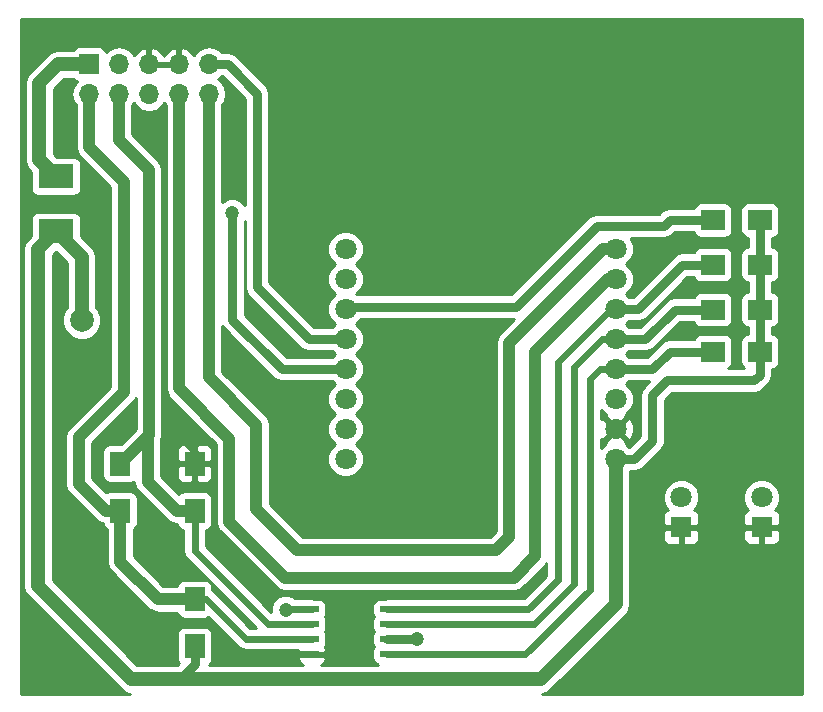
<source format=gbr>
G04 #@! TF.FileFunction,Copper,L2,Bot,Signal*
%FSLAX46Y46*%
G04 Gerber Fmt 4.6, Leading zero omitted, Abs format (unit mm)*
G04 Created by KiCad (PCBNEW 4.0.7-e2-6376~61~ubuntu18.04.1) date Mon Dec  9 13:49:03 2019*
%MOMM*%
%LPD*%
G01*
G04 APERTURE LIST*
%ADD10C,0.100000*%
%ADD11R,1.700000X1.700000*%
%ADD12O,1.700000X1.700000*%
%ADD13R,3.000000X2.000000*%
%ADD14R,1.800000X1.800000*%
%ADD15C,1.800000*%
%ADD16C,1.998980*%
%ADD17R,1.143000X0.508000*%
%ADD18R,2.000000X1.700000*%
%ADD19R,1.700000X2.000000*%
%ADD20C,1.200000*%
%ADD21C,0.600000*%
%ADD22C,1.200000*%
%ADD23C,0.800000*%
%ADD24C,1.000000*%
%ADD25C,0.254000*%
G04 APERTURE END LIST*
D10*
D11*
X51511200Y-35915600D03*
D12*
X51511200Y-38455600D03*
X54051200Y-35915600D03*
X54051200Y-38455600D03*
X56591200Y-35915600D03*
X56591200Y-38455600D03*
X59131200Y-35915600D03*
X59131200Y-38455600D03*
X61671200Y-35915600D03*
X61671200Y-38455600D03*
D13*
X48717200Y-50077000D03*
X48717200Y-45427000D03*
D14*
X108458000Y-75133200D03*
D15*
X108458000Y-72593200D03*
D14*
X101650800Y-75133200D03*
D15*
X101650800Y-72593200D03*
D16*
X50901600Y-57607200D03*
D17*
X70383400Y-82067400D03*
X70383400Y-83337400D03*
X70383400Y-84607400D03*
X70383400Y-85877400D03*
X76733400Y-85877400D03*
X76733400Y-84607400D03*
X76733400Y-83337400D03*
X76733400Y-82067400D03*
D15*
X73240900Y-51562000D03*
X73240900Y-54102000D03*
X73240900Y-56642000D03*
X73240900Y-59182000D03*
X73240900Y-61722000D03*
X73240900Y-64262000D03*
X73240900Y-66802000D03*
X73240900Y-69342000D03*
X96100900Y-69342000D03*
X96100900Y-66802000D03*
X96100900Y-64262000D03*
X96100900Y-61722000D03*
X96100900Y-59182000D03*
X96100900Y-56642000D03*
X96100900Y-54102000D03*
X96100900Y-51562000D03*
D18*
X104324400Y-52882800D03*
X108324400Y-52882800D03*
X104324400Y-56692800D03*
X108324400Y-56692800D03*
X104324400Y-49123600D03*
X108324400Y-49123600D03*
X104324400Y-60248800D03*
X108324400Y-60248800D03*
D19*
X60452000Y-81210400D03*
X60452000Y-85210400D03*
X60452000Y-69729600D03*
X60452000Y-73729600D03*
X54152800Y-73729600D03*
X54152800Y-69729600D03*
D20*
X63804800Y-44399200D03*
X63804800Y-45669200D03*
X65430400Y-56896000D03*
X66852800Y-58318400D03*
X54406800Y-66040000D03*
X53289200Y-67157600D03*
X56591200Y-76809600D03*
X57708800Y-78028800D03*
X81940400Y-59537600D03*
X68173600Y-86106000D03*
X58674000Y-66954400D03*
X68173600Y-82092800D03*
X79248000Y-84582000D03*
X63652400Y-48514000D03*
D21*
X63804800Y-44399200D02*
X63804800Y-45669200D01*
X65430400Y-56896000D02*
X66852800Y-58318400D01*
X54406800Y-66040000D02*
X53289200Y-67157600D01*
X56591200Y-76809600D02*
X57708800Y-77927200D01*
X57708800Y-77927200D02*
X57708800Y-78028800D01*
X70383400Y-85877400D02*
X68402200Y-85877400D01*
X68402200Y-85877400D02*
X68173600Y-86106000D01*
X60452000Y-69729600D02*
X60452000Y-68732400D01*
X60452000Y-68732400D02*
X58674000Y-66954400D01*
X70383400Y-82067400D02*
X68199000Y-82067400D01*
X68199000Y-82067400D02*
X68173600Y-82092800D01*
D22*
X50901600Y-57607200D02*
X50901600Y-52261400D01*
X50901600Y-52261400D02*
X48717200Y-50077000D01*
D23*
X60452000Y-85210400D02*
X60452000Y-86715600D01*
X60452000Y-86715600D02*
X59182000Y-87985600D01*
X96100900Y-69342000D02*
X97688400Y-69342000D01*
X97688400Y-69342000D02*
X99212400Y-67818000D01*
X99212400Y-67818000D02*
X99212400Y-63957200D01*
X99212400Y-63957200D02*
X100482400Y-62687200D01*
X100482400Y-62687200D02*
X107848400Y-62687200D01*
X107848400Y-62687200D02*
X108324400Y-62211200D01*
X108324400Y-62211200D02*
X108324400Y-60248800D01*
X108324400Y-56692800D02*
X108324400Y-60248800D01*
X108324400Y-52882800D02*
X108324400Y-56692800D01*
X108324400Y-49123600D02*
X108324400Y-52882800D01*
D22*
X96100900Y-69342000D02*
X96100900Y-81648300D01*
X96100900Y-81648300D02*
X89763600Y-87985600D01*
X89763600Y-87985600D02*
X59182000Y-87985600D01*
X47193200Y-51601000D02*
X48717200Y-50077000D01*
X59182000Y-87985600D02*
X55067200Y-87985600D01*
X55067200Y-87985600D02*
X47193200Y-80111600D01*
X47193200Y-80111600D02*
X47193200Y-51601000D01*
D23*
X96100900Y-59182000D02*
X98602800Y-59182000D01*
X101092000Y-56692800D02*
X104324400Y-56692800D01*
X98602800Y-59182000D02*
X101092000Y-56692800D01*
D21*
X76733400Y-83337400D02*
X89179400Y-83337400D01*
X94945200Y-59182000D02*
X96100900Y-59182000D01*
X92557600Y-61569600D02*
X94945200Y-59182000D01*
X92557600Y-79959200D02*
X92557600Y-61569600D01*
X89179400Y-83337400D02*
X92557600Y-79959200D01*
D23*
X79222600Y-84607400D02*
X76733400Y-84607400D01*
X79248000Y-84582000D02*
X79222600Y-84607400D01*
X104324400Y-49123600D02*
X100685600Y-49123600D01*
X87680800Y-56438800D02*
X73444100Y-56438800D01*
X94488000Y-49631600D02*
X87680800Y-56438800D01*
X100177600Y-49631600D02*
X94488000Y-49631600D01*
X100685600Y-49123600D02*
X100177600Y-49631600D01*
X73444100Y-56438800D02*
X73240900Y-56642000D01*
D22*
X51511200Y-35915600D02*
X48920400Y-35915600D01*
X47294800Y-44004600D02*
X48717200Y-45427000D01*
X47294800Y-37541200D02*
X47294800Y-44004600D01*
X48920400Y-35915600D02*
X47294800Y-37541200D01*
D23*
X67818000Y-61722000D02*
X73240900Y-61722000D01*
X63652400Y-57556400D02*
X67818000Y-61722000D01*
X63652400Y-48514000D02*
X63652400Y-57556400D01*
D21*
X70383400Y-84607400D02*
X64795400Y-84607400D01*
X61398400Y-81210400D02*
X60452000Y-81210400D01*
X64795400Y-84607400D02*
X61398400Y-81210400D01*
D24*
X54152800Y-73729600D02*
X54152800Y-78028800D01*
X57334400Y-81210400D02*
X60452000Y-81210400D01*
X54152800Y-78028800D02*
X57334400Y-81210400D01*
X51511200Y-38455600D02*
X51511200Y-42926000D01*
X52952400Y-73729600D02*
X54152800Y-73729600D01*
X50647600Y-71424800D02*
X52952400Y-73729600D01*
X50647600Y-67513200D02*
X50647600Y-71424800D01*
X54457600Y-63703200D02*
X50647600Y-67513200D01*
X54457600Y-45872400D02*
X54457600Y-63703200D01*
X51511200Y-42926000D02*
X54457600Y-45872400D01*
D21*
X70383400Y-83337400D02*
X66675000Y-83337400D01*
X60452000Y-77114400D02*
X60452000Y-73729600D01*
X66675000Y-83337400D02*
X60452000Y-77114400D01*
D24*
X60452000Y-73729600D02*
X58946800Y-73729600D01*
X56489600Y-71272400D02*
X56489600Y-67392800D01*
X58946800Y-73729600D02*
X56489600Y-71272400D01*
X54051200Y-38455600D02*
X54051200Y-42316400D01*
X54051200Y-42316400D02*
X56591200Y-44856400D01*
X56591200Y-44856400D02*
X56591200Y-67291200D01*
X56591200Y-67291200D02*
X56489600Y-67392800D01*
X56489600Y-67392800D02*
X54152800Y-69729600D01*
X54051200Y-69628000D02*
X54152800Y-69729600D01*
X61671200Y-38455600D02*
X61671200Y-62433200D01*
X95046800Y-51562000D02*
X96100900Y-51562000D01*
X87071200Y-59537600D02*
X95046800Y-51562000D01*
X87071200Y-75946000D02*
X87071200Y-59537600D01*
X85953600Y-77063600D02*
X87071200Y-75946000D01*
X69138800Y-77063600D02*
X85953600Y-77063600D01*
X65684400Y-73609200D02*
X69138800Y-77063600D01*
X65684400Y-66446400D02*
X65684400Y-73609200D01*
X61671200Y-62433200D02*
X65684400Y-66446400D01*
D23*
X61671200Y-35915600D02*
X63246000Y-35915600D01*
X70104000Y-59182000D02*
X73240900Y-59182000D01*
X65735200Y-54813200D02*
X70104000Y-59182000D01*
X65735200Y-38404800D02*
X65735200Y-54813200D01*
X63246000Y-35915600D02*
X65735200Y-38404800D01*
D24*
X96100900Y-54102000D02*
X95453200Y-54102000D01*
X95453200Y-54102000D02*
X89306400Y-60248800D01*
X89306400Y-60248800D02*
X89306400Y-77571600D01*
X89306400Y-77571600D02*
X87477600Y-79400400D01*
X87477600Y-79400400D02*
X68122800Y-79400400D01*
X68122800Y-79400400D02*
X63398400Y-74676000D01*
X63398400Y-74676000D02*
X63398400Y-67614800D01*
X63398400Y-67614800D02*
X59131200Y-63347600D01*
X59131200Y-63347600D02*
X59131200Y-38455600D01*
D23*
X96100900Y-56642000D02*
X97993200Y-56642000D01*
X101752400Y-52882800D02*
X104324400Y-52882800D01*
X97993200Y-56642000D02*
X101752400Y-52882800D01*
D21*
X96100900Y-56642000D02*
X95707200Y-56642000D01*
X95707200Y-56642000D02*
X91186000Y-61163200D01*
X91186000Y-61163200D02*
X91186000Y-79603600D01*
X91186000Y-79603600D02*
X88722200Y-82067400D01*
X88722200Y-82067400D02*
X76733400Y-82067400D01*
D23*
X96100900Y-61722000D02*
X99212400Y-61722000D01*
X100685600Y-60248800D02*
X104324400Y-60248800D01*
X99212400Y-61722000D02*
X100685600Y-60248800D01*
D21*
X96100900Y-61722000D02*
X94742000Y-61722000D01*
X88468200Y-85877400D02*
X76733400Y-85877400D01*
X93929200Y-80416400D02*
X88468200Y-85877400D01*
X93929200Y-62534800D02*
X93929200Y-80416400D01*
X94742000Y-61722000D02*
X93929200Y-62534800D01*
D25*
G36*
X111913600Y-89206000D02*
X89836999Y-89206000D01*
X90236214Y-89126591D01*
X90636877Y-88858877D01*
X96974177Y-82521577D01*
X97241891Y-82120914D01*
X97335900Y-81648300D01*
X97335900Y-75418950D01*
X100115800Y-75418950D01*
X100115800Y-76159509D01*
X100212473Y-76392898D01*
X100391101Y-76571527D01*
X100624490Y-76668200D01*
X101365050Y-76668200D01*
X101523800Y-76509450D01*
X101523800Y-75260200D01*
X101777800Y-75260200D01*
X101777800Y-76509450D01*
X101936550Y-76668200D01*
X102677110Y-76668200D01*
X102910499Y-76571527D01*
X103089127Y-76392898D01*
X103185800Y-76159509D01*
X103185800Y-75418950D01*
X106923000Y-75418950D01*
X106923000Y-76159509D01*
X107019673Y-76392898D01*
X107198301Y-76571527D01*
X107431690Y-76668200D01*
X108172250Y-76668200D01*
X108331000Y-76509450D01*
X108331000Y-75260200D01*
X108585000Y-75260200D01*
X108585000Y-76509450D01*
X108743750Y-76668200D01*
X109484310Y-76668200D01*
X109717699Y-76571527D01*
X109896327Y-76392898D01*
X109993000Y-76159509D01*
X109993000Y-75418950D01*
X109834250Y-75260200D01*
X108585000Y-75260200D01*
X108331000Y-75260200D01*
X107081750Y-75260200D01*
X106923000Y-75418950D01*
X103185800Y-75418950D01*
X103027050Y-75260200D01*
X101777800Y-75260200D01*
X101523800Y-75260200D01*
X100274550Y-75260200D01*
X100115800Y-75418950D01*
X97335900Y-75418950D01*
X97335900Y-72897191D01*
X100115535Y-72897191D01*
X100348732Y-73461571D01*
X100525892Y-73639041D01*
X100391101Y-73694873D01*
X100212473Y-73873502D01*
X100115800Y-74106891D01*
X100115800Y-74847450D01*
X100274550Y-75006200D01*
X101523800Y-75006200D01*
X101523800Y-74986200D01*
X101777800Y-74986200D01*
X101777800Y-75006200D01*
X103027050Y-75006200D01*
X103185800Y-74847450D01*
X103185800Y-74106891D01*
X103089127Y-73873502D01*
X102910499Y-73694873D01*
X102775806Y-73639081D01*
X102951351Y-73463843D01*
X103185533Y-72899870D01*
X103185535Y-72897191D01*
X106922735Y-72897191D01*
X107155932Y-73461571D01*
X107333092Y-73639041D01*
X107198301Y-73694873D01*
X107019673Y-73873502D01*
X106923000Y-74106891D01*
X106923000Y-74847450D01*
X107081750Y-75006200D01*
X108331000Y-75006200D01*
X108331000Y-74986200D01*
X108585000Y-74986200D01*
X108585000Y-75006200D01*
X109834250Y-75006200D01*
X109993000Y-74847450D01*
X109993000Y-74106891D01*
X109896327Y-73873502D01*
X109717699Y-73694873D01*
X109583006Y-73639081D01*
X109758551Y-73463843D01*
X109992733Y-72899870D01*
X109993265Y-72289209D01*
X109760068Y-71724829D01*
X109328643Y-71292649D01*
X108764670Y-71058467D01*
X108154009Y-71057935D01*
X107589629Y-71291132D01*
X107157449Y-71722557D01*
X106923267Y-72286530D01*
X106922735Y-72897191D01*
X103185535Y-72897191D01*
X103186065Y-72289209D01*
X102952868Y-71724829D01*
X102521443Y-71292649D01*
X101957470Y-71058467D01*
X101346809Y-71057935D01*
X100782429Y-71291132D01*
X100350249Y-71722557D01*
X100116067Y-72286530D01*
X100115535Y-72897191D01*
X97335900Y-72897191D01*
X97335900Y-70377000D01*
X97688395Y-70377000D01*
X97688400Y-70377001D01*
X98084477Y-70298215D01*
X98420256Y-70073856D01*
X99944253Y-68549858D01*
X99944256Y-68549856D01*
X100142374Y-68253350D01*
X100168615Y-68214078D01*
X100247400Y-67818000D01*
X100247400Y-64385912D01*
X100911111Y-63722200D01*
X107848395Y-63722200D01*
X107848400Y-63722201D01*
X108244477Y-63643415D01*
X108580256Y-63419056D01*
X109056253Y-62943058D01*
X109056256Y-62943056D01*
X109280615Y-62607277D01*
X109301039Y-62504600D01*
X109359401Y-62211200D01*
X109359400Y-62211195D01*
X109359400Y-61739654D01*
X109559717Y-61701962D01*
X109775841Y-61562890D01*
X109920831Y-61350690D01*
X109971840Y-61098800D01*
X109971840Y-59398800D01*
X109927562Y-59163483D01*
X109788490Y-58947359D01*
X109576290Y-58802369D01*
X109359400Y-58758448D01*
X109359400Y-58183654D01*
X109559717Y-58145962D01*
X109775841Y-58006890D01*
X109920831Y-57794690D01*
X109971840Y-57542800D01*
X109971840Y-55842800D01*
X109927562Y-55607483D01*
X109788490Y-55391359D01*
X109576290Y-55246369D01*
X109359400Y-55202448D01*
X109359400Y-54373654D01*
X109559717Y-54335962D01*
X109775841Y-54196890D01*
X109920831Y-53984690D01*
X109971840Y-53732800D01*
X109971840Y-52032800D01*
X109927562Y-51797483D01*
X109788490Y-51581359D01*
X109576290Y-51436369D01*
X109359400Y-51392448D01*
X109359400Y-50614454D01*
X109559717Y-50576762D01*
X109775841Y-50437690D01*
X109920831Y-50225490D01*
X109971840Y-49973600D01*
X109971840Y-48273600D01*
X109927562Y-48038283D01*
X109788490Y-47822159D01*
X109576290Y-47677169D01*
X109324400Y-47626160D01*
X107324400Y-47626160D01*
X107089083Y-47670438D01*
X106872959Y-47809510D01*
X106727969Y-48021710D01*
X106676960Y-48273600D01*
X106676960Y-49973600D01*
X106721238Y-50208917D01*
X106860310Y-50425041D01*
X107072510Y-50570031D01*
X107289400Y-50613952D01*
X107289400Y-51391946D01*
X107089083Y-51429638D01*
X106872959Y-51568710D01*
X106727969Y-51780910D01*
X106676960Y-52032800D01*
X106676960Y-53732800D01*
X106721238Y-53968117D01*
X106860310Y-54184241D01*
X107072510Y-54329231D01*
X107289400Y-54373152D01*
X107289400Y-55201946D01*
X107089083Y-55239638D01*
X106872959Y-55378710D01*
X106727969Y-55590910D01*
X106676960Y-55842800D01*
X106676960Y-57542800D01*
X106721238Y-57778117D01*
X106860310Y-57994241D01*
X107072510Y-58139231D01*
X107289400Y-58183152D01*
X107289400Y-58757946D01*
X107089083Y-58795638D01*
X106872959Y-58934710D01*
X106727969Y-59146910D01*
X106676960Y-59398800D01*
X106676960Y-61098800D01*
X106721238Y-61334117D01*
X106860310Y-61550241D01*
X107009532Y-61652200D01*
X105637049Y-61652200D01*
X105775841Y-61562890D01*
X105920831Y-61350690D01*
X105971840Y-61098800D01*
X105971840Y-59398800D01*
X105927562Y-59163483D01*
X105788490Y-58947359D01*
X105576290Y-58802369D01*
X105324400Y-58751360D01*
X103324400Y-58751360D01*
X103089083Y-58795638D01*
X102872959Y-58934710D01*
X102727969Y-59146910D01*
X102714423Y-59213800D01*
X100685600Y-59213800D01*
X100289522Y-59292585D01*
X100155029Y-59382451D01*
X99953744Y-59516944D01*
X99953742Y-59516947D01*
X98783688Y-60687000D01*
X97236630Y-60687000D01*
X97001718Y-60451677D01*
X97236806Y-60217000D01*
X98602795Y-60217000D01*
X98602800Y-60217001D01*
X98998877Y-60138215D01*
X99334656Y-59913856D01*
X101520711Y-57727800D01*
X102711770Y-57727800D01*
X102721238Y-57778117D01*
X102860310Y-57994241D01*
X103072510Y-58139231D01*
X103324400Y-58190240D01*
X105324400Y-58190240D01*
X105559717Y-58145962D01*
X105775841Y-58006890D01*
X105920831Y-57794690D01*
X105971840Y-57542800D01*
X105971840Y-55842800D01*
X105927562Y-55607483D01*
X105788490Y-55391359D01*
X105576290Y-55246369D01*
X105324400Y-55195360D01*
X103324400Y-55195360D01*
X103089083Y-55239638D01*
X102872959Y-55378710D01*
X102727969Y-55590910D01*
X102714423Y-55657800D01*
X101092000Y-55657800D01*
X100695922Y-55736585D01*
X100561429Y-55826451D01*
X100360144Y-55960944D01*
X100360142Y-55960947D01*
X98174088Y-58147000D01*
X97236630Y-58147000D01*
X97001718Y-57911677D01*
X97236806Y-57677000D01*
X97993195Y-57677000D01*
X97993200Y-57677001D01*
X98389277Y-57598215D01*
X98725056Y-57373856D01*
X102181111Y-53917800D01*
X102711770Y-53917800D01*
X102721238Y-53968117D01*
X102860310Y-54184241D01*
X103072510Y-54329231D01*
X103324400Y-54380240D01*
X105324400Y-54380240D01*
X105559717Y-54335962D01*
X105775841Y-54196890D01*
X105920831Y-53984690D01*
X105971840Y-53732800D01*
X105971840Y-52032800D01*
X105927562Y-51797483D01*
X105788490Y-51581359D01*
X105576290Y-51436369D01*
X105324400Y-51385360D01*
X103324400Y-51385360D01*
X103089083Y-51429638D01*
X102872959Y-51568710D01*
X102727969Y-51780910D01*
X102714423Y-51847800D01*
X101752405Y-51847800D01*
X101752400Y-51847799D01*
X101356323Y-51926585D01*
X101020544Y-52150944D01*
X101020542Y-52150947D01*
X97564488Y-55607000D01*
X97236630Y-55607000D01*
X97001718Y-55371677D01*
X97401451Y-54972643D01*
X97635633Y-54408670D01*
X97636165Y-53798009D01*
X97402968Y-53233629D01*
X97001718Y-52831677D01*
X97401451Y-52432643D01*
X97635633Y-51868670D01*
X97636165Y-51258009D01*
X97402968Y-50693629D01*
X97375986Y-50666600D01*
X100177595Y-50666600D01*
X100177600Y-50666601D01*
X100573677Y-50587815D01*
X100909456Y-50363456D01*
X101114312Y-50158600D01*
X102711770Y-50158600D01*
X102721238Y-50208917D01*
X102860310Y-50425041D01*
X103072510Y-50570031D01*
X103324400Y-50621040D01*
X105324400Y-50621040D01*
X105559717Y-50576762D01*
X105775841Y-50437690D01*
X105920831Y-50225490D01*
X105971840Y-49973600D01*
X105971840Y-48273600D01*
X105927562Y-48038283D01*
X105788490Y-47822159D01*
X105576290Y-47677169D01*
X105324400Y-47626160D01*
X103324400Y-47626160D01*
X103089083Y-47670438D01*
X102872959Y-47809510D01*
X102727969Y-48021710D01*
X102714423Y-48088600D01*
X100685600Y-48088600D01*
X100289523Y-48167385D01*
X99953744Y-48391744D01*
X99953742Y-48391747D01*
X99748889Y-48596600D01*
X94488005Y-48596600D01*
X94488000Y-48596599D01*
X94091923Y-48675385D01*
X93756144Y-48899744D01*
X93756142Y-48899747D01*
X87252088Y-55403800D01*
X74173785Y-55403800D01*
X74141718Y-55371677D01*
X74541451Y-54972643D01*
X74775633Y-54408670D01*
X74776165Y-53798009D01*
X74542968Y-53233629D01*
X74141718Y-52831677D01*
X74541451Y-52432643D01*
X74775633Y-51868670D01*
X74776165Y-51258009D01*
X74542968Y-50693629D01*
X74111543Y-50261449D01*
X73547570Y-50027267D01*
X72936909Y-50026735D01*
X72372529Y-50259932D01*
X71940349Y-50691357D01*
X71706167Y-51255330D01*
X71705635Y-51865991D01*
X71938832Y-52430371D01*
X72340082Y-52832323D01*
X71940349Y-53231357D01*
X71706167Y-53795330D01*
X71705635Y-54405991D01*
X71938832Y-54970371D01*
X72340082Y-55372323D01*
X71940349Y-55771357D01*
X71706167Y-56335330D01*
X71705635Y-56945991D01*
X71938832Y-57510371D01*
X72340082Y-57912323D01*
X72104994Y-58147000D01*
X70532711Y-58147000D01*
X66770200Y-54384488D01*
X66770200Y-38404800D01*
X66691415Y-38008723D01*
X66691415Y-38008722D01*
X66590854Y-37858222D01*
X66467056Y-37672944D01*
X66467053Y-37672942D01*
X63977856Y-35183744D01*
X63642077Y-34959385D01*
X63246000Y-34880599D01*
X63245995Y-34880600D01*
X62750752Y-34880600D01*
X62721254Y-34836453D01*
X62239485Y-34514546D01*
X61671200Y-34401507D01*
X61102915Y-34514546D01*
X60621146Y-34836453D01*
X60393498Y-35177153D01*
X60326383Y-35034242D01*
X59898124Y-34643955D01*
X59488090Y-34474124D01*
X59258200Y-34595445D01*
X59258200Y-35788600D01*
X59278200Y-35788600D01*
X59278200Y-36042600D01*
X59258200Y-36042600D01*
X59258200Y-36062600D01*
X59004200Y-36062600D01*
X59004200Y-36042600D01*
X56718200Y-36042600D01*
X56718200Y-36062600D01*
X56464200Y-36062600D01*
X56464200Y-36042600D01*
X56444200Y-36042600D01*
X56444200Y-35788600D01*
X56464200Y-35788600D01*
X56464200Y-34595445D01*
X56718200Y-34595445D01*
X56718200Y-35788600D01*
X59004200Y-35788600D01*
X59004200Y-34595445D01*
X58774310Y-34474124D01*
X58364276Y-34643955D01*
X57936017Y-35034242D01*
X57861200Y-35193554D01*
X57786383Y-35034242D01*
X57358124Y-34643955D01*
X56948090Y-34474124D01*
X56718200Y-34595445D01*
X56464200Y-34595445D01*
X56234310Y-34474124D01*
X55824276Y-34643955D01*
X55396017Y-35034242D01*
X55328902Y-35177153D01*
X55101254Y-34836453D01*
X54619485Y-34514546D01*
X54051200Y-34401507D01*
X53482915Y-34514546D01*
X53001146Y-34836453D01*
X52973350Y-34878052D01*
X52964362Y-34830283D01*
X52825290Y-34614159D01*
X52613090Y-34469169D01*
X52361200Y-34418160D01*
X50661200Y-34418160D01*
X50425883Y-34462438D01*
X50209759Y-34601510D01*
X50155719Y-34680600D01*
X48920400Y-34680600D01*
X48447786Y-34774609D01*
X48047123Y-35042323D01*
X46421523Y-36667923D01*
X46153809Y-37068586D01*
X46059800Y-37541200D01*
X46059800Y-44004600D01*
X46153809Y-44477214D01*
X46421523Y-44877877D01*
X46569760Y-45026114D01*
X46569760Y-46427000D01*
X46614038Y-46662317D01*
X46753110Y-46878441D01*
X46965310Y-47023431D01*
X47217200Y-47074440D01*
X50217200Y-47074440D01*
X50452517Y-47030162D01*
X50668641Y-46891090D01*
X50813631Y-46678890D01*
X50864640Y-46427000D01*
X50864640Y-44427000D01*
X50820362Y-44191683D01*
X50681290Y-43975559D01*
X50469090Y-43830569D01*
X50217200Y-43779560D01*
X48816314Y-43779560D01*
X48529800Y-43493046D01*
X48529800Y-38052754D01*
X49431954Y-37150600D01*
X50154356Y-37150600D01*
X50197110Y-37217041D01*
X50409310Y-37362031D01*
X50465654Y-37373441D01*
X50461146Y-37376453D01*
X50139239Y-37858222D01*
X50026200Y-38426507D01*
X50026200Y-38484693D01*
X50139239Y-39052978D01*
X50376200Y-39407616D01*
X50376200Y-42926000D01*
X50462597Y-43360346D01*
X50703846Y-43721400D01*
X50708634Y-43728566D01*
X53322600Y-46342532D01*
X53322600Y-63233068D01*
X49845034Y-66710634D01*
X49598997Y-67078854D01*
X49512600Y-67513200D01*
X49512600Y-71424800D01*
X49598997Y-71859146D01*
X49777596Y-72126438D01*
X49845034Y-72227366D01*
X52149834Y-74532166D01*
X52518054Y-74778203D01*
X52670200Y-74808467D01*
X52699638Y-74964917D01*
X52838710Y-75181041D01*
X53017800Y-75303408D01*
X53017800Y-78028800D01*
X53104197Y-78463146D01*
X53350234Y-78831366D01*
X56531834Y-82012966D01*
X56900054Y-82259003D01*
X57334400Y-82345400D01*
X58979962Y-82345400D01*
X58998838Y-82445717D01*
X59137910Y-82661841D01*
X59350110Y-82806831D01*
X59602000Y-82857840D01*
X61302000Y-82857840D01*
X61537317Y-82813562D01*
X61623692Y-82757982D01*
X64134255Y-85268545D01*
X64437591Y-85471227D01*
X64795400Y-85542400D01*
X69176900Y-85542400D01*
X69176900Y-85591650D01*
X69335650Y-85750400D01*
X70256400Y-85750400D01*
X70256400Y-85730400D01*
X70510400Y-85730400D01*
X70510400Y-85750400D01*
X71431150Y-85750400D01*
X71589900Y-85591650D01*
X71589900Y-85497091D01*
X71493227Y-85263702D01*
X71466691Y-85237165D01*
X71551331Y-85113290D01*
X71602340Y-84861400D01*
X71602340Y-84353400D01*
X71558062Y-84118083D01*
X71463734Y-83971493D01*
X71551331Y-83843290D01*
X71602340Y-83591400D01*
X71602340Y-83083400D01*
X71558062Y-82848083D01*
X71463734Y-82701493D01*
X71551331Y-82573290D01*
X71602340Y-82321400D01*
X71602340Y-81813400D01*
X71558062Y-81578083D01*
X71418990Y-81361959D01*
X71206790Y-81216969D01*
X70954900Y-81165960D01*
X70552117Y-81165960D01*
X70383400Y-81132400D01*
X68959906Y-81132400D01*
X68874085Y-81046429D01*
X68420334Y-80858015D01*
X67929021Y-80857586D01*
X67474943Y-81045208D01*
X67127229Y-81392315D01*
X66938815Y-81846066D01*
X66938437Y-82278547D01*
X61387000Y-76727110D01*
X61387000Y-75361046D01*
X61537317Y-75332762D01*
X61753441Y-75193690D01*
X61898431Y-74981490D01*
X61949440Y-74729600D01*
X61949440Y-72729600D01*
X61905162Y-72494283D01*
X61766090Y-72278159D01*
X61553890Y-72133169D01*
X61302000Y-72082160D01*
X59602000Y-72082160D01*
X59366683Y-72126438D01*
X59150559Y-72265510D01*
X59125101Y-72302769D01*
X57624600Y-70802268D01*
X57624600Y-70015350D01*
X58967000Y-70015350D01*
X58967000Y-70855909D01*
X59063673Y-71089298D01*
X59242301Y-71267927D01*
X59475690Y-71364600D01*
X60166250Y-71364600D01*
X60325000Y-71205850D01*
X60325000Y-69856600D01*
X60579000Y-69856600D01*
X60579000Y-71205850D01*
X60737750Y-71364600D01*
X61428310Y-71364600D01*
X61661699Y-71267927D01*
X61840327Y-71089298D01*
X61937000Y-70855909D01*
X61937000Y-70015350D01*
X61778250Y-69856600D01*
X60579000Y-69856600D01*
X60325000Y-69856600D01*
X59125750Y-69856600D01*
X58967000Y-70015350D01*
X57624600Y-70015350D01*
X57624600Y-68603291D01*
X58967000Y-68603291D01*
X58967000Y-69443850D01*
X59125750Y-69602600D01*
X60325000Y-69602600D01*
X60325000Y-68253350D01*
X60579000Y-68253350D01*
X60579000Y-69602600D01*
X61778250Y-69602600D01*
X61937000Y-69443850D01*
X61937000Y-68603291D01*
X61840327Y-68369902D01*
X61661699Y-68191273D01*
X61428310Y-68094600D01*
X60737750Y-68094600D01*
X60579000Y-68253350D01*
X60325000Y-68253350D01*
X60166250Y-68094600D01*
X59475690Y-68094600D01*
X59242301Y-68191273D01*
X59063673Y-68369902D01*
X58967000Y-68603291D01*
X57624600Y-68603291D01*
X57624600Y-67748299D01*
X57639803Y-67725546D01*
X57726200Y-67291200D01*
X57726200Y-44856400D01*
X57639803Y-44422054D01*
X57485874Y-44191683D01*
X57393766Y-44053833D01*
X55186200Y-41846268D01*
X55186200Y-39407616D01*
X55321200Y-39205574D01*
X55541146Y-39534747D01*
X56022915Y-39856654D01*
X56591200Y-39969693D01*
X57159485Y-39856654D01*
X57641254Y-39534747D01*
X57861200Y-39205574D01*
X57996200Y-39407616D01*
X57996200Y-63347600D01*
X58082597Y-63781946D01*
X58198449Y-63955330D01*
X58328634Y-64150166D01*
X62263400Y-68084932D01*
X62263400Y-74676000D01*
X62349797Y-75110346D01*
X62556000Y-75418950D01*
X62595834Y-75478566D01*
X67320234Y-80202967D01*
X67688455Y-80449004D01*
X68122800Y-80535400D01*
X87477600Y-80535400D01*
X87911946Y-80449003D01*
X88280166Y-80202966D01*
X90108966Y-78374166D01*
X90251000Y-78161597D01*
X90251000Y-79216310D01*
X88334910Y-81132400D01*
X76733400Y-81132400D01*
X76564683Y-81165960D01*
X76161900Y-81165960D01*
X75926583Y-81210238D01*
X75710459Y-81349310D01*
X75565469Y-81561510D01*
X75514460Y-81813400D01*
X75514460Y-82321400D01*
X75558738Y-82556717D01*
X75653066Y-82703307D01*
X75565469Y-82831510D01*
X75514460Y-83083400D01*
X75514460Y-83591400D01*
X75558738Y-83826717D01*
X75653066Y-83973307D01*
X75565469Y-84101510D01*
X75514460Y-84353400D01*
X75514460Y-84861400D01*
X75558738Y-85096717D01*
X75653066Y-85243307D01*
X75565469Y-85371510D01*
X75514460Y-85623400D01*
X75514460Y-86131400D01*
X75558738Y-86366717D01*
X75697810Y-86582841D01*
X75910010Y-86727831D01*
X76022447Y-86750600D01*
X71119355Y-86750600D01*
X71314599Y-86669727D01*
X71493227Y-86491098D01*
X71589900Y-86257709D01*
X71589900Y-86163150D01*
X71431150Y-86004400D01*
X70510400Y-86004400D01*
X70510400Y-86024400D01*
X70256400Y-86024400D01*
X70256400Y-86004400D01*
X69335650Y-86004400D01*
X69176900Y-86163150D01*
X69176900Y-86257709D01*
X69273573Y-86491098D01*
X69452201Y-86669727D01*
X69647445Y-86750600D01*
X61635163Y-86750600D01*
X61753441Y-86674490D01*
X61898431Y-86462290D01*
X61949440Y-86210400D01*
X61949440Y-84210400D01*
X61905162Y-83975083D01*
X61766090Y-83758959D01*
X61553890Y-83613969D01*
X61302000Y-83562960D01*
X59602000Y-83562960D01*
X59366683Y-83607238D01*
X59150559Y-83746310D01*
X59005569Y-83958510D01*
X58954560Y-84210400D01*
X58954560Y-86210400D01*
X58998838Y-86445717D01*
X59100376Y-86603512D01*
X58953288Y-86750600D01*
X55578754Y-86750600D01*
X48428200Y-79600046D01*
X48428200Y-52112554D01*
X48717200Y-51823554D01*
X49666600Y-52772954D01*
X49666600Y-56530542D01*
X49516754Y-56680127D01*
X49267394Y-57280653D01*
X49266826Y-57930894D01*
X49515138Y-58531855D01*
X49974527Y-58992046D01*
X50575053Y-59241406D01*
X51225294Y-59241974D01*
X51826255Y-58993662D01*
X52286446Y-58534273D01*
X52535806Y-57933747D01*
X52536374Y-57283506D01*
X52288062Y-56682545D01*
X52136600Y-56530819D01*
X52136600Y-52261400D01*
X52042591Y-51788786D01*
X51774877Y-51388123D01*
X50864640Y-50477886D01*
X50864640Y-49077000D01*
X50820362Y-48841683D01*
X50681290Y-48625559D01*
X50469090Y-48480569D01*
X50217200Y-48429560D01*
X47217200Y-48429560D01*
X46981883Y-48473838D01*
X46765759Y-48612910D01*
X46620769Y-48825110D01*
X46569760Y-49077000D01*
X46569760Y-50477886D01*
X46319923Y-50727723D01*
X46052209Y-51128386D01*
X45958200Y-51601000D01*
X45958200Y-80111600D01*
X46052209Y-80584214D01*
X46319923Y-80984877D01*
X54193923Y-88858877D01*
X54594586Y-89126591D01*
X54993801Y-89206000D01*
X45769600Y-89206000D01*
X45769600Y-32053600D01*
X111913600Y-32053600D01*
X111913600Y-89206000D01*
X111913600Y-89206000D01*
G37*
X111913600Y-89206000D02*
X89836999Y-89206000D01*
X90236214Y-89126591D01*
X90636877Y-88858877D01*
X96974177Y-82521577D01*
X97241891Y-82120914D01*
X97335900Y-81648300D01*
X97335900Y-75418950D01*
X100115800Y-75418950D01*
X100115800Y-76159509D01*
X100212473Y-76392898D01*
X100391101Y-76571527D01*
X100624490Y-76668200D01*
X101365050Y-76668200D01*
X101523800Y-76509450D01*
X101523800Y-75260200D01*
X101777800Y-75260200D01*
X101777800Y-76509450D01*
X101936550Y-76668200D01*
X102677110Y-76668200D01*
X102910499Y-76571527D01*
X103089127Y-76392898D01*
X103185800Y-76159509D01*
X103185800Y-75418950D01*
X106923000Y-75418950D01*
X106923000Y-76159509D01*
X107019673Y-76392898D01*
X107198301Y-76571527D01*
X107431690Y-76668200D01*
X108172250Y-76668200D01*
X108331000Y-76509450D01*
X108331000Y-75260200D01*
X108585000Y-75260200D01*
X108585000Y-76509450D01*
X108743750Y-76668200D01*
X109484310Y-76668200D01*
X109717699Y-76571527D01*
X109896327Y-76392898D01*
X109993000Y-76159509D01*
X109993000Y-75418950D01*
X109834250Y-75260200D01*
X108585000Y-75260200D01*
X108331000Y-75260200D01*
X107081750Y-75260200D01*
X106923000Y-75418950D01*
X103185800Y-75418950D01*
X103027050Y-75260200D01*
X101777800Y-75260200D01*
X101523800Y-75260200D01*
X100274550Y-75260200D01*
X100115800Y-75418950D01*
X97335900Y-75418950D01*
X97335900Y-72897191D01*
X100115535Y-72897191D01*
X100348732Y-73461571D01*
X100525892Y-73639041D01*
X100391101Y-73694873D01*
X100212473Y-73873502D01*
X100115800Y-74106891D01*
X100115800Y-74847450D01*
X100274550Y-75006200D01*
X101523800Y-75006200D01*
X101523800Y-74986200D01*
X101777800Y-74986200D01*
X101777800Y-75006200D01*
X103027050Y-75006200D01*
X103185800Y-74847450D01*
X103185800Y-74106891D01*
X103089127Y-73873502D01*
X102910499Y-73694873D01*
X102775806Y-73639081D01*
X102951351Y-73463843D01*
X103185533Y-72899870D01*
X103185535Y-72897191D01*
X106922735Y-72897191D01*
X107155932Y-73461571D01*
X107333092Y-73639041D01*
X107198301Y-73694873D01*
X107019673Y-73873502D01*
X106923000Y-74106891D01*
X106923000Y-74847450D01*
X107081750Y-75006200D01*
X108331000Y-75006200D01*
X108331000Y-74986200D01*
X108585000Y-74986200D01*
X108585000Y-75006200D01*
X109834250Y-75006200D01*
X109993000Y-74847450D01*
X109993000Y-74106891D01*
X109896327Y-73873502D01*
X109717699Y-73694873D01*
X109583006Y-73639081D01*
X109758551Y-73463843D01*
X109992733Y-72899870D01*
X109993265Y-72289209D01*
X109760068Y-71724829D01*
X109328643Y-71292649D01*
X108764670Y-71058467D01*
X108154009Y-71057935D01*
X107589629Y-71291132D01*
X107157449Y-71722557D01*
X106923267Y-72286530D01*
X106922735Y-72897191D01*
X103185535Y-72897191D01*
X103186065Y-72289209D01*
X102952868Y-71724829D01*
X102521443Y-71292649D01*
X101957470Y-71058467D01*
X101346809Y-71057935D01*
X100782429Y-71291132D01*
X100350249Y-71722557D01*
X100116067Y-72286530D01*
X100115535Y-72897191D01*
X97335900Y-72897191D01*
X97335900Y-70377000D01*
X97688395Y-70377000D01*
X97688400Y-70377001D01*
X98084477Y-70298215D01*
X98420256Y-70073856D01*
X99944253Y-68549858D01*
X99944256Y-68549856D01*
X100142374Y-68253350D01*
X100168615Y-68214078D01*
X100247400Y-67818000D01*
X100247400Y-64385912D01*
X100911111Y-63722200D01*
X107848395Y-63722200D01*
X107848400Y-63722201D01*
X108244477Y-63643415D01*
X108580256Y-63419056D01*
X109056253Y-62943058D01*
X109056256Y-62943056D01*
X109280615Y-62607277D01*
X109301039Y-62504600D01*
X109359401Y-62211200D01*
X109359400Y-62211195D01*
X109359400Y-61739654D01*
X109559717Y-61701962D01*
X109775841Y-61562890D01*
X109920831Y-61350690D01*
X109971840Y-61098800D01*
X109971840Y-59398800D01*
X109927562Y-59163483D01*
X109788490Y-58947359D01*
X109576290Y-58802369D01*
X109359400Y-58758448D01*
X109359400Y-58183654D01*
X109559717Y-58145962D01*
X109775841Y-58006890D01*
X109920831Y-57794690D01*
X109971840Y-57542800D01*
X109971840Y-55842800D01*
X109927562Y-55607483D01*
X109788490Y-55391359D01*
X109576290Y-55246369D01*
X109359400Y-55202448D01*
X109359400Y-54373654D01*
X109559717Y-54335962D01*
X109775841Y-54196890D01*
X109920831Y-53984690D01*
X109971840Y-53732800D01*
X109971840Y-52032800D01*
X109927562Y-51797483D01*
X109788490Y-51581359D01*
X109576290Y-51436369D01*
X109359400Y-51392448D01*
X109359400Y-50614454D01*
X109559717Y-50576762D01*
X109775841Y-50437690D01*
X109920831Y-50225490D01*
X109971840Y-49973600D01*
X109971840Y-48273600D01*
X109927562Y-48038283D01*
X109788490Y-47822159D01*
X109576290Y-47677169D01*
X109324400Y-47626160D01*
X107324400Y-47626160D01*
X107089083Y-47670438D01*
X106872959Y-47809510D01*
X106727969Y-48021710D01*
X106676960Y-48273600D01*
X106676960Y-49973600D01*
X106721238Y-50208917D01*
X106860310Y-50425041D01*
X107072510Y-50570031D01*
X107289400Y-50613952D01*
X107289400Y-51391946D01*
X107089083Y-51429638D01*
X106872959Y-51568710D01*
X106727969Y-51780910D01*
X106676960Y-52032800D01*
X106676960Y-53732800D01*
X106721238Y-53968117D01*
X106860310Y-54184241D01*
X107072510Y-54329231D01*
X107289400Y-54373152D01*
X107289400Y-55201946D01*
X107089083Y-55239638D01*
X106872959Y-55378710D01*
X106727969Y-55590910D01*
X106676960Y-55842800D01*
X106676960Y-57542800D01*
X106721238Y-57778117D01*
X106860310Y-57994241D01*
X107072510Y-58139231D01*
X107289400Y-58183152D01*
X107289400Y-58757946D01*
X107089083Y-58795638D01*
X106872959Y-58934710D01*
X106727969Y-59146910D01*
X106676960Y-59398800D01*
X106676960Y-61098800D01*
X106721238Y-61334117D01*
X106860310Y-61550241D01*
X107009532Y-61652200D01*
X105637049Y-61652200D01*
X105775841Y-61562890D01*
X105920831Y-61350690D01*
X105971840Y-61098800D01*
X105971840Y-59398800D01*
X105927562Y-59163483D01*
X105788490Y-58947359D01*
X105576290Y-58802369D01*
X105324400Y-58751360D01*
X103324400Y-58751360D01*
X103089083Y-58795638D01*
X102872959Y-58934710D01*
X102727969Y-59146910D01*
X102714423Y-59213800D01*
X100685600Y-59213800D01*
X100289522Y-59292585D01*
X100155029Y-59382451D01*
X99953744Y-59516944D01*
X99953742Y-59516947D01*
X98783688Y-60687000D01*
X97236630Y-60687000D01*
X97001718Y-60451677D01*
X97236806Y-60217000D01*
X98602795Y-60217000D01*
X98602800Y-60217001D01*
X98998877Y-60138215D01*
X99334656Y-59913856D01*
X101520711Y-57727800D01*
X102711770Y-57727800D01*
X102721238Y-57778117D01*
X102860310Y-57994241D01*
X103072510Y-58139231D01*
X103324400Y-58190240D01*
X105324400Y-58190240D01*
X105559717Y-58145962D01*
X105775841Y-58006890D01*
X105920831Y-57794690D01*
X105971840Y-57542800D01*
X105971840Y-55842800D01*
X105927562Y-55607483D01*
X105788490Y-55391359D01*
X105576290Y-55246369D01*
X105324400Y-55195360D01*
X103324400Y-55195360D01*
X103089083Y-55239638D01*
X102872959Y-55378710D01*
X102727969Y-55590910D01*
X102714423Y-55657800D01*
X101092000Y-55657800D01*
X100695922Y-55736585D01*
X100561429Y-55826451D01*
X100360144Y-55960944D01*
X100360142Y-55960947D01*
X98174088Y-58147000D01*
X97236630Y-58147000D01*
X97001718Y-57911677D01*
X97236806Y-57677000D01*
X97993195Y-57677000D01*
X97993200Y-57677001D01*
X98389277Y-57598215D01*
X98725056Y-57373856D01*
X102181111Y-53917800D01*
X102711770Y-53917800D01*
X102721238Y-53968117D01*
X102860310Y-54184241D01*
X103072510Y-54329231D01*
X103324400Y-54380240D01*
X105324400Y-54380240D01*
X105559717Y-54335962D01*
X105775841Y-54196890D01*
X105920831Y-53984690D01*
X105971840Y-53732800D01*
X105971840Y-52032800D01*
X105927562Y-51797483D01*
X105788490Y-51581359D01*
X105576290Y-51436369D01*
X105324400Y-51385360D01*
X103324400Y-51385360D01*
X103089083Y-51429638D01*
X102872959Y-51568710D01*
X102727969Y-51780910D01*
X102714423Y-51847800D01*
X101752405Y-51847800D01*
X101752400Y-51847799D01*
X101356323Y-51926585D01*
X101020544Y-52150944D01*
X101020542Y-52150947D01*
X97564488Y-55607000D01*
X97236630Y-55607000D01*
X97001718Y-55371677D01*
X97401451Y-54972643D01*
X97635633Y-54408670D01*
X97636165Y-53798009D01*
X97402968Y-53233629D01*
X97001718Y-52831677D01*
X97401451Y-52432643D01*
X97635633Y-51868670D01*
X97636165Y-51258009D01*
X97402968Y-50693629D01*
X97375986Y-50666600D01*
X100177595Y-50666600D01*
X100177600Y-50666601D01*
X100573677Y-50587815D01*
X100909456Y-50363456D01*
X101114312Y-50158600D01*
X102711770Y-50158600D01*
X102721238Y-50208917D01*
X102860310Y-50425041D01*
X103072510Y-50570031D01*
X103324400Y-50621040D01*
X105324400Y-50621040D01*
X105559717Y-50576762D01*
X105775841Y-50437690D01*
X105920831Y-50225490D01*
X105971840Y-49973600D01*
X105971840Y-48273600D01*
X105927562Y-48038283D01*
X105788490Y-47822159D01*
X105576290Y-47677169D01*
X105324400Y-47626160D01*
X103324400Y-47626160D01*
X103089083Y-47670438D01*
X102872959Y-47809510D01*
X102727969Y-48021710D01*
X102714423Y-48088600D01*
X100685600Y-48088600D01*
X100289523Y-48167385D01*
X99953744Y-48391744D01*
X99953742Y-48391747D01*
X99748889Y-48596600D01*
X94488005Y-48596600D01*
X94488000Y-48596599D01*
X94091923Y-48675385D01*
X93756144Y-48899744D01*
X93756142Y-48899747D01*
X87252088Y-55403800D01*
X74173785Y-55403800D01*
X74141718Y-55371677D01*
X74541451Y-54972643D01*
X74775633Y-54408670D01*
X74776165Y-53798009D01*
X74542968Y-53233629D01*
X74141718Y-52831677D01*
X74541451Y-52432643D01*
X74775633Y-51868670D01*
X74776165Y-51258009D01*
X74542968Y-50693629D01*
X74111543Y-50261449D01*
X73547570Y-50027267D01*
X72936909Y-50026735D01*
X72372529Y-50259932D01*
X71940349Y-50691357D01*
X71706167Y-51255330D01*
X71705635Y-51865991D01*
X71938832Y-52430371D01*
X72340082Y-52832323D01*
X71940349Y-53231357D01*
X71706167Y-53795330D01*
X71705635Y-54405991D01*
X71938832Y-54970371D01*
X72340082Y-55372323D01*
X71940349Y-55771357D01*
X71706167Y-56335330D01*
X71705635Y-56945991D01*
X71938832Y-57510371D01*
X72340082Y-57912323D01*
X72104994Y-58147000D01*
X70532711Y-58147000D01*
X66770200Y-54384488D01*
X66770200Y-38404800D01*
X66691415Y-38008723D01*
X66691415Y-38008722D01*
X66590854Y-37858222D01*
X66467056Y-37672944D01*
X66467053Y-37672942D01*
X63977856Y-35183744D01*
X63642077Y-34959385D01*
X63246000Y-34880599D01*
X63245995Y-34880600D01*
X62750752Y-34880600D01*
X62721254Y-34836453D01*
X62239485Y-34514546D01*
X61671200Y-34401507D01*
X61102915Y-34514546D01*
X60621146Y-34836453D01*
X60393498Y-35177153D01*
X60326383Y-35034242D01*
X59898124Y-34643955D01*
X59488090Y-34474124D01*
X59258200Y-34595445D01*
X59258200Y-35788600D01*
X59278200Y-35788600D01*
X59278200Y-36042600D01*
X59258200Y-36042600D01*
X59258200Y-36062600D01*
X59004200Y-36062600D01*
X59004200Y-36042600D01*
X56718200Y-36042600D01*
X56718200Y-36062600D01*
X56464200Y-36062600D01*
X56464200Y-36042600D01*
X56444200Y-36042600D01*
X56444200Y-35788600D01*
X56464200Y-35788600D01*
X56464200Y-34595445D01*
X56718200Y-34595445D01*
X56718200Y-35788600D01*
X59004200Y-35788600D01*
X59004200Y-34595445D01*
X58774310Y-34474124D01*
X58364276Y-34643955D01*
X57936017Y-35034242D01*
X57861200Y-35193554D01*
X57786383Y-35034242D01*
X57358124Y-34643955D01*
X56948090Y-34474124D01*
X56718200Y-34595445D01*
X56464200Y-34595445D01*
X56234310Y-34474124D01*
X55824276Y-34643955D01*
X55396017Y-35034242D01*
X55328902Y-35177153D01*
X55101254Y-34836453D01*
X54619485Y-34514546D01*
X54051200Y-34401507D01*
X53482915Y-34514546D01*
X53001146Y-34836453D01*
X52973350Y-34878052D01*
X52964362Y-34830283D01*
X52825290Y-34614159D01*
X52613090Y-34469169D01*
X52361200Y-34418160D01*
X50661200Y-34418160D01*
X50425883Y-34462438D01*
X50209759Y-34601510D01*
X50155719Y-34680600D01*
X48920400Y-34680600D01*
X48447786Y-34774609D01*
X48047123Y-35042323D01*
X46421523Y-36667923D01*
X46153809Y-37068586D01*
X46059800Y-37541200D01*
X46059800Y-44004600D01*
X46153809Y-44477214D01*
X46421523Y-44877877D01*
X46569760Y-45026114D01*
X46569760Y-46427000D01*
X46614038Y-46662317D01*
X46753110Y-46878441D01*
X46965310Y-47023431D01*
X47217200Y-47074440D01*
X50217200Y-47074440D01*
X50452517Y-47030162D01*
X50668641Y-46891090D01*
X50813631Y-46678890D01*
X50864640Y-46427000D01*
X50864640Y-44427000D01*
X50820362Y-44191683D01*
X50681290Y-43975559D01*
X50469090Y-43830569D01*
X50217200Y-43779560D01*
X48816314Y-43779560D01*
X48529800Y-43493046D01*
X48529800Y-38052754D01*
X49431954Y-37150600D01*
X50154356Y-37150600D01*
X50197110Y-37217041D01*
X50409310Y-37362031D01*
X50465654Y-37373441D01*
X50461146Y-37376453D01*
X50139239Y-37858222D01*
X50026200Y-38426507D01*
X50026200Y-38484693D01*
X50139239Y-39052978D01*
X50376200Y-39407616D01*
X50376200Y-42926000D01*
X50462597Y-43360346D01*
X50703846Y-43721400D01*
X50708634Y-43728566D01*
X53322600Y-46342532D01*
X53322600Y-63233068D01*
X49845034Y-66710634D01*
X49598997Y-67078854D01*
X49512600Y-67513200D01*
X49512600Y-71424800D01*
X49598997Y-71859146D01*
X49777596Y-72126438D01*
X49845034Y-72227366D01*
X52149834Y-74532166D01*
X52518054Y-74778203D01*
X52670200Y-74808467D01*
X52699638Y-74964917D01*
X52838710Y-75181041D01*
X53017800Y-75303408D01*
X53017800Y-78028800D01*
X53104197Y-78463146D01*
X53350234Y-78831366D01*
X56531834Y-82012966D01*
X56900054Y-82259003D01*
X57334400Y-82345400D01*
X58979962Y-82345400D01*
X58998838Y-82445717D01*
X59137910Y-82661841D01*
X59350110Y-82806831D01*
X59602000Y-82857840D01*
X61302000Y-82857840D01*
X61537317Y-82813562D01*
X61623692Y-82757982D01*
X64134255Y-85268545D01*
X64437591Y-85471227D01*
X64795400Y-85542400D01*
X69176900Y-85542400D01*
X69176900Y-85591650D01*
X69335650Y-85750400D01*
X70256400Y-85750400D01*
X70256400Y-85730400D01*
X70510400Y-85730400D01*
X70510400Y-85750400D01*
X71431150Y-85750400D01*
X71589900Y-85591650D01*
X71589900Y-85497091D01*
X71493227Y-85263702D01*
X71466691Y-85237165D01*
X71551331Y-85113290D01*
X71602340Y-84861400D01*
X71602340Y-84353400D01*
X71558062Y-84118083D01*
X71463734Y-83971493D01*
X71551331Y-83843290D01*
X71602340Y-83591400D01*
X71602340Y-83083400D01*
X71558062Y-82848083D01*
X71463734Y-82701493D01*
X71551331Y-82573290D01*
X71602340Y-82321400D01*
X71602340Y-81813400D01*
X71558062Y-81578083D01*
X71418990Y-81361959D01*
X71206790Y-81216969D01*
X70954900Y-81165960D01*
X70552117Y-81165960D01*
X70383400Y-81132400D01*
X68959906Y-81132400D01*
X68874085Y-81046429D01*
X68420334Y-80858015D01*
X67929021Y-80857586D01*
X67474943Y-81045208D01*
X67127229Y-81392315D01*
X66938815Y-81846066D01*
X66938437Y-82278547D01*
X61387000Y-76727110D01*
X61387000Y-75361046D01*
X61537317Y-75332762D01*
X61753441Y-75193690D01*
X61898431Y-74981490D01*
X61949440Y-74729600D01*
X61949440Y-72729600D01*
X61905162Y-72494283D01*
X61766090Y-72278159D01*
X61553890Y-72133169D01*
X61302000Y-72082160D01*
X59602000Y-72082160D01*
X59366683Y-72126438D01*
X59150559Y-72265510D01*
X59125101Y-72302769D01*
X57624600Y-70802268D01*
X57624600Y-70015350D01*
X58967000Y-70015350D01*
X58967000Y-70855909D01*
X59063673Y-71089298D01*
X59242301Y-71267927D01*
X59475690Y-71364600D01*
X60166250Y-71364600D01*
X60325000Y-71205850D01*
X60325000Y-69856600D01*
X60579000Y-69856600D01*
X60579000Y-71205850D01*
X60737750Y-71364600D01*
X61428310Y-71364600D01*
X61661699Y-71267927D01*
X61840327Y-71089298D01*
X61937000Y-70855909D01*
X61937000Y-70015350D01*
X61778250Y-69856600D01*
X60579000Y-69856600D01*
X60325000Y-69856600D01*
X59125750Y-69856600D01*
X58967000Y-70015350D01*
X57624600Y-70015350D01*
X57624600Y-68603291D01*
X58967000Y-68603291D01*
X58967000Y-69443850D01*
X59125750Y-69602600D01*
X60325000Y-69602600D01*
X60325000Y-68253350D01*
X60579000Y-68253350D01*
X60579000Y-69602600D01*
X61778250Y-69602600D01*
X61937000Y-69443850D01*
X61937000Y-68603291D01*
X61840327Y-68369902D01*
X61661699Y-68191273D01*
X61428310Y-68094600D01*
X60737750Y-68094600D01*
X60579000Y-68253350D01*
X60325000Y-68253350D01*
X60166250Y-68094600D01*
X59475690Y-68094600D01*
X59242301Y-68191273D01*
X59063673Y-68369902D01*
X58967000Y-68603291D01*
X57624600Y-68603291D01*
X57624600Y-67748299D01*
X57639803Y-67725546D01*
X57726200Y-67291200D01*
X57726200Y-44856400D01*
X57639803Y-44422054D01*
X57485874Y-44191683D01*
X57393766Y-44053833D01*
X55186200Y-41846268D01*
X55186200Y-39407616D01*
X55321200Y-39205574D01*
X55541146Y-39534747D01*
X56022915Y-39856654D01*
X56591200Y-39969693D01*
X57159485Y-39856654D01*
X57641254Y-39534747D01*
X57861200Y-39205574D01*
X57996200Y-39407616D01*
X57996200Y-63347600D01*
X58082597Y-63781946D01*
X58198449Y-63955330D01*
X58328634Y-64150166D01*
X62263400Y-68084932D01*
X62263400Y-74676000D01*
X62349797Y-75110346D01*
X62556000Y-75418950D01*
X62595834Y-75478566D01*
X67320234Y-80202967D01*
X67688455Y-80449004D01*
X68122800Y-80535400D01*
X87477600Y-80535400D01*
X87911946Y-80449003D01*
X88280166Y-80202966D01*
X90108966Y-78374166D01*
X90251000Y-78161597D01*
X90251000Y-79216310D01*
X88334910Y-81132400D01*
X76733400Y-81132400D01*
X76564683Y-81165960D01*
X76161900Y-81165960D01*
X75926583Y-81210238D01*
X75710459Y-81349310D01*
X75565469Y-81561510D01*
X75514460Y-81813400D01*
X75514460Y-82321400D01*
X75558738Y-82556717D01*
X75653066Y-82703307D01*
X75565469Y-82831510D01*
X75514460Y-83083400D01*
X75514460Y-83591400D01*
X75558738Y-83826717D01*
X75653066Y-83973307D01*
X75565469Y-84101510D01*
X75514460Y-84353400D01*
X75514460Y-84861400D01*
X75558738Y-85096717D01*
X75653066Y-85243307D01*
X75565469Y-85371510D01*
X75514460Y-85623400D01*
X75514460Y-86131400D01*
X75558738Y-86366717D01*
X75697810Y-86582841D01*
X75910010Y-86727831D01*
X76022447Y-86750600D01*
X71119355Y-86750600D01*
X71314599Y-86669727D01*
X71493227Y-86491098D01*
X71589900Y-86257709D01*
X71589900Y-86163150D01*
X71431150Y-86004400D01*
X70510400Y-86004400D01*
X70510400Y-86024400D01*
X70256400Y-86024400D01*
X70256400Y-86004400D01*
X69335650Y-86004400D01*
X69176900Y-86163150D01*
X69176900Y-86257709D01*
X69273573Y-86491098D01*
X69452201Y-86669727D01*
X69647445Y-86750600D01*
X61635163Y-86750600D01*
X61753441Y-86674490D01*
X61898431Y-86462290D01*
X61949440Y-86210400D01*
X61949440Y-84210400D01*
X61905162Y-83975083D01*
X61766090Y-83758959D01*
X61553890Y-83613969D01*
X61302000Y-83562960D01*
X59602000Y-83562960D01*
X59366683Y-83607238D01*
X59150559Y-83746310D01*
X59005569Y-83958510D01*
X58954560Y-84210400D01*
X58954560Y-86210400D01*
X58998838Y-86445717D01*
X59100376Y-86603512D01*
X58953288Y-86750600D01*
X55578754Y-86750600D01*
X48428200Y-79600046D01*
X48428200Y-52112554D01*
X48717200Y-51823554D01*
X49666600Y-52772954D01*
X49666600Y-56530542D01*
X49516754Y-56680127D01*
X49267394Y-57280653D01*
X49266826Y-57930894D01*
X49515138Y-58531855D01*
X49974527Y-58992046D01*
X50575053Y-59241406D01*
X51225294Y-59241974D01*
X51826255Y-58993662D01*
X52286446Y-58534273D01*
X52535806Y-57933747D01*
X52536374Y-57283506D01*
X52288062Y-56682545D01*
X52136600Y-56530819D01*
X52136600Y-52261400D01*
X52042591Y-51788786D01*
X51774877Y-51388123D01*
X50864640Y-50477886D01*
X50864640Y-49077000D01*
X50820362Y-48841683D01*
X50681290Y-48625559D01*
X50469090Y-48480569D01*
X50217200Y-48429560D01*
X47217200Y-48429560D01*
X46981883Y-48473838D01*
X46765759Y-48612910D01*
X46620769Y-48825110D01*
X46569760Y-49077000D01*
X46569760Y-50477886D01*
X46319923Y-50727723D01*
X46052209Y-51128386D01*
X45958200Y-51601000D01*
X45958200Y-80111600D01*
X46052209Y-80584214D01*
X46319923Y-80984877D01*
X54193923Y-88858877D01*
X54594586Y-89126591D01*
X54993801Y-89206000D01*
X45769600Y-89206000D01*
X45769600Y-32053600D01*
X111913600Y-32053600D01*
X111913600Y-89206000D01*
G36*
X55456200Y-66821068D02*
X54195108Y-68082160D01*
X53302800Y-68082160D01*
X53067483Y-68126438D01*
X52851359Y-68265510D01*
X52706369Y-68477710D01*
X52655360Y-68729600D01*
X52655360Y-70729600D01*
X52699638Y-70964917D01*
X52838710Y-71181041D01*
X53050910Y-71326031D01*
X53302800Y-71377040D01*
X55002800Y-71377040D01*
X55238117Y-71332762D01*
X55354600Y-71257807D01*
X55354600Y-71272400D01*
X55440997Y-71706746D01*
X55451562Y-71722557D01*
X55687034Y-72074966D01*
X58144234Y-74532167D01*
X58512455Y-74778204D01*
X58946800Y-74864600D01*
X58979962Y-74864600D01*
X58998838Y-74964917D01*
X59137910Y-75181041D01*
X59350110Y-75326031D01*
X59517000Y-75359827D01*
X59517000Y-77114400D01*
X59588173Y-77472209D01*
X59790855Y-77775545D01*
X65687710Y-83672400D01*
X65182690Y-83672400D01*
X62059545Y-80549255D01*
X61949440Y-80475685D01*
X61949440Y-80210400D01*
X61905162Y-79975083D01*
X61766090Y-79758959D01*
X61553890Y-79613969D01*
X61302000Y-79562960D01*
X59602000Y-79562960D01*
X59366683Y-79607238D01*
X59150559Y-79746310D01*
X59005569Y-79958510D01*
X58981898Y-80075400D01*
X57804532Y-80075400D01*
X55287800Y-77558668D01*
X55287800Y-75300792D01*
X55454241Y-75193690D01*
X55599231Y-74981490D01*
X55650240Y-74729600D01*
X55650240Y-72729600D01*
X55605962Y-72494283D01*
X55466890Y-72278159D01*
X55254690Y-72133169D01*
X55002800Y-72082160D01*
X53302800Y-72082160D01*
X53067483Y-72126438D01*
X52998658Y-72170726D01*
X51782600Y-70954668D01*
X51782600Y-67983332D01*
X55260166Y-64505766D01*
X55456200Y-64212381D01*
X55456200Y-66821068D01*
X55456200Y-66821068D01*
G37*
X55456200Y-66821068D02*
X54195108Y-68082160D01*
X53302800Y-68082160D01*
X53067483Y-68126438D01*
X52851359Y-68265510D01*
X52706369Y-68477710D01*
X52655360Y-68729600D01*
X52655360Y-70729600D01*
X52699638Y-70964917D01*
X52838710Y-71181041D01*
X53050910Y-71326031D01*
X53302800Y-71377040D01*
X55002800Y-71377040D01*
X55238117Y-71332762D01*
X55354600Y-71257807D01*
X55354600Y-71272400D01*
X55440997Y-71706746D01*
X55451562Y-71722557D01*
X55687034Y-72074966D01*
X58144234Y-74532167D01*
X58512455Y-74778204D01*
X58946800Y-74864600D01*
X58979962Y-74864600D01*
X58998838Y-74964917D01*
X59137910Y-75181041D01*
X59350110Y-75326031D01*
X59517000Y-75359827D01*
X59517000Y-77114400D01*
X59588173Y-77472209D01*
X59790855Y-77775545D01*
X65687710Y-83672400D01*
X65182690Y-83672400D01*
X62059545Y-80549255D01*
X61949440Y-80475685D01*
X61949440Y-80210400D01*
X61905162Y-79975083D01*
X61766090Y-79758959D01*
X61553890Y-79613969D01*
X61302000Y-79562960D01*
X59602000Y-79562960D01*
X59366683Y-79607238D01*
X59150559Y-79746310D01*
X59005569Y-79958510D01*
X58981898Y-80075400D01*
X57804532Y-80075400D01*
X55287800Y-77558668D01*
X55287800Y-75300792D01*
X55454241Y-75193690D01*
X55599231Y-74981490D01*
X55650240Y-74729600D01*
X55650240Y-72729600D01*
X55605962Y-72494283D01*
X55466890Y-72278159D01*
X55254690Y-72133169D01*
X55002800Y-72082160D01*
X53302800Y-72082160D01*
X53067483Y-72126438D01*
X52998658Y-72170726D01*
X51782600Y-70954668D01*
X51782600Y-67983332D01*
X55260166Y-64505766D01*
X55456200Y-64212381D01*
X55456200Y-66821068D01*
G36*
X86268634Y-58735034D02*
X86022597Y-59103254D01*
X85936200Y-59537600D01*
X85936200Y-75475868D01*
X85483468Y-75928600D01*
X69608932Y-75928600D01*
X66819400Y-73139068D01*
X66819400Y-66446400D01*
X66733003Y-66012054D01*
X66486966Y-65643834D01*
X62806200Y-61963068D01*
X62806200Y-58117127D01*
X62920544Y-58288256D01*
X67086144Y-62453856D01*
X67421923Y-62678215D01*
X67818000Y-62757001D01*
X67818005Y-62757000D01*
X72105170Y-62757000D01*
X72340082Y-62992323D01*
X71940349Y-63391357D01*
X71706167Y-63955330D01*
X71705635Y-64565991D01*
X71938832Y-65130371D01*
X72340082Y-65532323D01*
X71940349Y-65931357D01*
X71706167Y-66495330D01*
X71705635Y-67105991D01*
X71938832Y-67670371D01*
X72340082Y-68072323D01*
X71940349Y-68471357D01*
X71706167Y-69035330D01*
X71705635Y-69645991D01*
X71938832Y-70210371D01*
X72370257Y-70642551D01*
X72934230Y-70876733D01*
X73544891Y-70877265D01*
X74109271Y-70644068D01*
X74541451Y-70212643D01*
X74775633Y-69648670D01*
X74776165Y-69038009D01*
X74542968Y-68473629D01*
X74141718Y-68071677D01*
X74541451Y-67672643D01*
X74775633Y-67108670D01*
X74776165Y-66498009D01*
X74542968Y-65933629D01*
X74141718Y-65531677D01*
X74541451Y-65132643D01*
X74775633Y-64568670D01*
X74776165Y-63958009D01*
X74542968Y-63393629D01*
X74141718Y-62991677D01*
X74541451Y-62592643D01*
X74775633Y-62028670D01*
X74776165Y-61418009D01*
X74542968Y-60853629D01*
X74141718Y-60451677D01*
X74541451Y-60052643D01*
X74775633Y-59488670D01*
X74776165Y-58878009D01*
X74542968Y-58313629D01*
X74141718Y-57911677D01*
X74541451Y-57512643D01*
X74557580Y-57473800D01*
X87529868Y-57473800D01*
X86268634Y-58735034D01*
X86268634Y-58735034D01*
G37*
X86268634Y-58735034D02*
X86022597Y-59103254D01*
X85936200Y-59537600D01*
X85936200Y-75475868D01*
X85483468Y-75928600D01*
X69608932Y-75928600D01*
X66819400Y-73139068D01*
X66819400Y-66446400D01*
X66733003Y-66012054D01*
X66486966Y-65643834D01*
X62806200Y-61963068D01*
X62806200Y-58117127D01*
X62920544Y-58288256D01*
X67086144Y-62453856D01*
X67421923Y-62678215D01*
X67818000Y-62757001D01*
X67818005Y-62757000D01*
X72105170Y-62757000D01*
X72340082Y-62992323D01*
X71940349Y-63391357D01*
X71706167Y-63955330D01*
X71705635Y-64565991D01*
X71938832Y-65130371D01*
X72340082Y-65532323D01*
X71940349Y-65931357D01*
X71706167Y-66495330D01*
X71705635Y-67105991D01*
X71938832Y-67670371D01*
X72340082Y-68072323D01*
X71940349Y-68471357D01*
X71706167Y-69035330D01*
X71705635Y-69645991D01*
X71938832Y-70210371D01*
X72370257Y-70642551D01*
X72934230Y-70876733D01*
X73544891Y-70877265D01*
X74109271Y-70644068D01*
X74541451Y-70212643D01*
X74775633Y-69648670D01*
X74776165Y-69038009D01*
X74542968Y-68473629D01*
X74141718Y-68071677D01*
X74541451Y-67672643D01*
X74775633Y-67108670D01*
X74776165Y-66498009D01*
X74542968Y-65933629D01*
X74141718Y-65531677D01*
X74541451Y-65132643D01*
X74775633Y-64568670D01*
X74776165Y-63958009D01*
X74542968Y-63393629D01*
X74141718Y-62991677D01*
X74541451Y-62592643D01*
X74775633Y-62028670D01*
X74776165Y-61418009D01*
X74542968Y-60853629D01*
X74141718Y-60451677D01*
X74541451Y-60052643D01*
X74775633Y-59488670D01*
X74776165Y-58878009D01*
X74542968Y-58313629D01*
X74141718Y-57911677D01*
X74541451Y-57512643D01*
X74557580Y-57473800D01*
X87529868Y-57473800D01*
X86268634Y-58735034D01*
G36*
X98480544Y-63225344D02*
X98256185Y-63561123D01*
X98177399Y-63957200D01*
X98177400Y-63957205D01*
X98177400Y-67389289D01*
X97259688Y-68307000D01*
X97236630Y-68307000D01*
X96971543Y-68041449D01*
X96950706Y-68032797D01*
X97001454Y-67882159D01*
X96100900Y-66981605D01*
X95200346Y-67882159D01*
X95250935Y-68032327D01*
X95232529Y-68039932D01*
X94864200Y-68407618D01*
X94864200Y-67649817D01*
X95020741Y-67702554D01*
X95921295Y-66802000D01*
X96280505Y-66802000D01*
X97181059Y-67702554D01*
X97437543Y-67616148D01*
X97647358Y-67042664D01*
X97621739Y-66432540D01*
X97437543Y-65987852D01*
X97181059Y-65901446D01*
X96280505Y-66802000D01*
X95921295Y-66802000D01*
X95020741Y-65901446D01*
X94864200Y-65954183D01*
X94864200Y-65195853D01*
X95230257Y-65562551D01*
X95251094Y-65571203D01*
X95200346Y-65721841D01*
X96100900Y-66622395D01*
X97001454Y-65721841D01*
X96950865Y-65571673D01*
X96969271Y-65564068D01*
X97401451Y-65132643D01*
X97635633Y-64568670D01*
X97636165Y-63958009D01*
X97402968Y-63393629D01*
X97001718Y-62991677D01*
X97236806Y-62757000D01*
X98948888Y-62757000D01*
X98480544Y-63225344D01*
X98480544Y-63225344D01*
G37*
X98480544Y-63225344D02*
X98256185Y-63561123D01*
X98177399Y-63957200D01*
X98177400Y-63957205D01*
X98177400Y-67389289D01*
X97259688Y-68307000D01*
X97236630Y-68307000D01*
X96971543Y-68041449D01*
X96950706Y-68032797D01*
X97001454Y-67882159D01*
X96100900Y-66981605D01*
X95200346Y-67882159D01*
X95250935Y-68032327D01*
X95232529Y-68039932D01*
X94864200Y-68407618D01*
X94864200Y-67649817D01*
X95020741Y-67702554D01*
X95921295Y-66802000D01*
X96280505Y-66802000D01*
X97181059Y-67702554D01*
X97437543Y-67616148D01*
X97647358Y-67042664D01*
X97621739Y-66432540D01*
X97437543Y-65987852D01*
X97181059Y-65901446D01*
X96280505Y-66802000D01*
X95921295Y-66802000D01*
X95020741Y-65901446D01*
X94864200Y-65954183D01*
X94864200Y-65195853D01*
X95230257Y-65562551D01*
X95251094Y-65571203D01*
X95200346Y-65721841D01*
X96100900Y-66622395D01*
X97001454Y-65721841D01*
X96950865Y-65571673D01*
X96969271Y-65564068D01*
X97401451Y-65132643D01*
X97635633Y-64568670D01*
X97636165Y-63958009D01*
X97402968Y-63393629D01*
X97001718Y-62991677D01*
X97236806Y-62757000D01*
X98948888Y-62757000D01*
X98480544Y-63225344D01*
G36*
X64700200Y-54813195D02*
X64700199Y-54813200D01*
X64778985Y-55209277D01*
X65003344Y-55545056D01*
X69372142Y-59913853D01*
X69372144Y-59913856D01*
X69569654Y-60045827D01*
X69707922Y-60138215D01*
X70104000Y-60217001D01*
X70104005Y-60217000D01*
X72105170Y-60217000D01*
X72340082Y-60452323D01*
X72104994Y-60687000D01*
X68246712Y-60687000D01*
X64687400Y-57127688D01*
X64687400Y-49225836D01*
X64698771Y-49214485D01*
X64700200Y-49211044D01*
X64700200Y-54813195D01*
X64700200Y-54813195D01*
G37*
X64700200Y-54813195D02*
X64700199Y-54813200D01*
X64778985Y-55209277D01*
X65003344Y-55545056D01*
X69372142Y-59913853D01*
X69372144Y-59913856D01*
X69569654Y-60045827D01*
X69707922Y-60138215D01*
X70104000Y-60217001D01*
X70104005Y-60217000D01*
X72105170Y-60217000D01*
X72340082Y-60452323D01*
X72104994Y-60687000D01*
X68246712Y-60687000D01*
X64687400Y-57127688D01*
X64687400Y-49225836D01*
X64698771Y-49214485D01*
X64700200Y-49211044D01*
X64700200Y-54813195D01*
G36*
X64700200Y-38833511D02*
X64700200Y-47815846D01*
X64699992Y-47815343D01*
X64352885Y-47467629D01*
X63899134Y-47279215D01*
X63407821Y-47278786D01*
X62953743Y-47466408D01*
X62806200Y-47613693D01*
X62806200Y-39407616D01*
X63043161Y-39052978D01*
X63156200Y-38484693D01*
X63156200Y-38426507D01*
X63043161Y-37858222D01*
X62721254Y-37376453D01*
X62435622Y-37185600D01*
X62721254Y-36994747D01*
X62750752Y-36950600D01*
X62817288Y-36950600D01*
X64700200Y-38833511D01*
X64700200Y-38833511D01*
G37*
X64700200Y-38833511D02*
X64700200Y-47815846D01*
X64699992Y-47815343D01*
X64352885Y-47467629D01*
X63899134Y-47279215D01*
X63407821Y-47278786D01*
X62953743Y-47466408D01*
X62806200Y-47613693D01*
X62806200Y-39407616D01*
X63043161Y-39052978D01*
X63156200Y-38484693D01*
X63156200Y-38426507D01*
X63043161Y-37858222D01*
X62721254Y-37376453D01*
X62435622Y-37185600D01*
X62721254Y-36994747D01*
X62750752Y-36950600D01*
X62817288Y-36950600D01*
X64700200Y-38833511D01*
M02*

</source>
